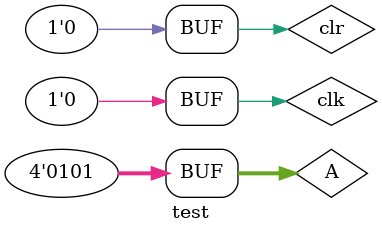
<source format=v>
`timescale 1ns / 1ps


module test;

	// Inputs
	reg [0:3] A;
	reg clk;
	reg clr;

	// Outputs
	wire q0;
	wire q1;
	wire q2;
	wire q3;

	// Instantiate the Unit Under Test (UUT)
	FourBitRegisterWithDFlipFlop uut (
		.A(A), 
		.clk(clk), 
		.clr(clr), 
		.q0(q0), 
		.q1(q1), 
		.q2(q2), 
		.q3(q3)
	);

	initial begin
		// Initialize Inputs
		A = 5;
		clk = 0;
		clr = 0;

		// Wait 100 ns for global reset to finish
		#100;
        
		// Add stimulus here

	end
      
endmodule


</source>
